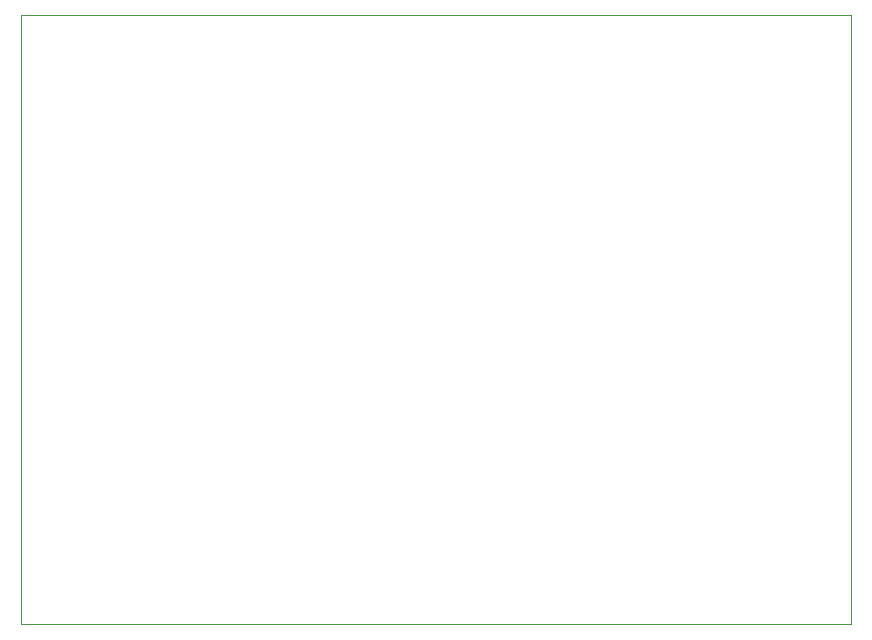
<source format=gbr>
%TF.GenerationSoftware,KiCad,Pcbnew,9.0.5*%
%TF.CreationDate,2025-10-16T11:43:33+03:30*%
%TF.ProjectId,ECG,4543472e-6b69-4636-9164-5f7063625858,rev?*%
%TF.SameCoordinates,Original*%
%TF.FileFunction,Profile,NP*%
%FSLAX46Y46*%
G04 Gerber Fmt 4.6, Leading zero omitted, Abs format (unit mm)*
G04 Created by KiCad (PCBNEW 9.0.5) date 2025-10-16 11:43:33*
%MOMM*%
%LPD*%
G01*
G04 APERTURE LIST*
%TA.AperFunction,Profile*%
%ADD10C,0.050000*%
%TD*%
G04 APERTURE END LIST*
D10*
X75500000Y-65925000D02*
X145775000Y-65925000D01*
X145775000Y-117525000D01*
X75500000Y-117525000D01*
X75500000Y-65925000D01*
M02*

</source>
